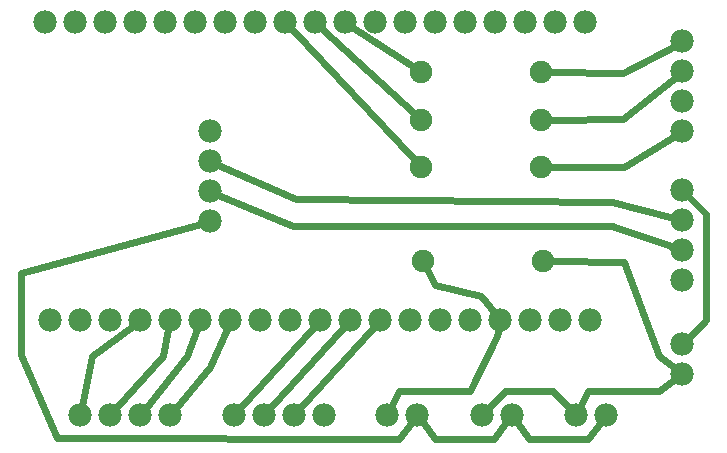
<source format=gtl>
G04 MADE WITH FRITZING*
G04 WWW.FRITZING.ORG*
G04 DOUBLE SIDED*
G04 HOLES PLATED*
G04 CONTOUR ON CENTER OF CONTOUR VECTOR*
%ASAXBY*%
%FSLAX23Y23*%
%MOIN*%
%OFA0B0*%
%SFA1.0B1.0*%
%ADD10C,0.075000*%
%ADD11C,0.078000*%
%ADD12C,0.024000*%
%LNCOPPER1*%
G90*
G70*
G54D10*
X1539Y686D03*
X1939Y686D03*
G54D11*
X2097Y489D03*
X1997Y489D03*
X1897Y489D03*
X1797Y489D03*
X1697Y489D03*
X1597Y489D03*
X1497Y489D03*
X1397Y489D03*
X1297Y489D03*
X1197Y489D03*
X1097Y489D03*
X997Y489D03*
X897Y489D03*
X797Y489D03*
X697Y489D03*
X597Y489D03*
X497Y489D03*
X397Y489D03*
X297Y489D03*
X2079Y1484D03*
X1979Y1484D03*
X1879Y1484D03*
X1779Y1484D03*
X1679Y1484D03*
X1579Y1484D03*
X1479Y1484D03*
X1379Y1484D03*
X1279Y1484D03*
X1179Y1484D03*
X1079Y1484D03*
X979Y1484D03*
X879Y1484D03*
X779Y1484D03*
X679Y1484D03*
X579Y1484D03*
X479Y1484D03*
X379Y1484D03*
X279Y1484D03*
X1521Y174D03*
X1421Y174D03*
X1836Y174D03*
X1736Y174D03*
X2405Y310D03*
X2405Y410D03*
X2151Y174D03*
X2051Y174D03*
X831Y819D03*
X831Y919D03*
X831Y1019D03*
X831Y1119D03*
X2405Y622D03*
X2405Y722D03*
X2405Y822D03*
X2405Y922D03*
X1209Y174D03*
X1109Y174D03*
X1009Y174D03*
X909Y174D03*
X697Y174D03*
X597Y174D03*
X497Y174D03*
X397Y174D03*
X2405Y1419D03*
X2405Y1319D03*
X2405Y1219D03*
X2405Y1119D03*
G54D10*
X1533Y1001D03*
X1933Y1001D03*
X1533Y1316D03*
X1933Y1316D03*
X1533Y1158D03*
X1933Y1158D03*
G54D12*
X2326Y253D02*
X2091Y252D01*
D02*
X1107Y804D02*
X858Y907D01*
D02*
X1117Y895D02*
X858Y1007D01*
D02*
X2326Y371D02*
X2209Y685D01*
D02*
X2209Y685D02*
X1968Y686D01*
D02*
X2381Y329D02*
X2326Y371D01*
D02*
X2377Y732D02*
X2170Y804D01*
D02*
X2170Y804D02*
X1107Y804D01*
D02*
X2376Y829D02*
X2170Y882D01*
D02*
X2170Y882D02*
X1117Y895D01*
D02*
X2381Y293D02*
X2326Y253D01*
D02*
X2091Y252D02*
X2065Y201D01*
D02*
X319Y96D02*
X200Y372D01*
D02*
X1461Y95D02*
X319Y96D01*
D02*
X2484Y843D02*
X2484Y489D01*
D02*
X2427Y901D02*
X2484Y843D01*
D02*
X2484Y489D02*
X2427Y431D01*
D02*
X200Y646D02*
X801Y811D01*
D02*
X1503Y150D02*
X1461Y95D01*
D02*
X200Y372D02*
X200Y646D01*
D02*
X436Y371D02*
X403Y204D01*
D02*
X573Y471D02*
X436Y371D01*
D02*
X691Y459D02*
X673Y371D01*
D02*
X752Y371D02*
X616Y198D01*
D02*
X787Y461D02*
X752Y371D01*
D02*
X831Y332D02*
X717Y197D01*
D02*
X886Y461D02*
X831Y332D01*
D02*
X1177Y467D02*
X930Y196D01*
D02*
X1030Y196D02*
X1277Y467D01*
D02*
X1377Y467D02*
X1130Y196D01*
D02*
X673Y371D02*
X517Y196D01*
D02*
X1461Y252D02*
X1696Y253D01*
D02*
X1696Y253D02*
X1788Y437D01*
D02*
X1435Y201D02*
X1461Y252D01*
D02*
X1788Y437D02*
X1792Y459D01*
D02*
X1579Y608D02*
X1552Y660D01*
D02*
X1735Y569D02*
X1579Y608D01*
D02*
X1779Y513D02*
X1735Y569D01*
D02*
X1973Y252D02*
X1815Y252D01*
D02*
X2030Y195D02*
X1973Y252D01*
D02*
X1815Y252D02*
X1757Y195D01*
D02*
X2208Y1315D02*
X2379Y1405D01*
D02*
X2208Y1159D02*
X2382Y1300D01*
D02*
X1961Y1316D02*
X2208Y1315D01*
D02*
X1961Y1158D02*
X2208Y1159D01*
D02*
X2091Y95D02*
X2133Y150D01*
D02*
X1854Y150D02*
X1894Y95D01*
D02*
X1894Y95D02*
X2091Y95D01*
D02*
X1776Y95D02*
X1818Y150D01*
D02*
X1539Y150D02*
X1579Y95D01*
D02*
X1579Y95D02*
X1776Y95D01*
D02*
X1513Y1022D02*
X1100Y1462D01*
D02*
X1201Y1464D02*
X1512Y1178D01*
D02*
X1304Y1467D02*
X1509Y1332D01*
D02*
X2209Y1000D02*
X2380Y1103D01*
D02*
X1961Y1001D02*
X2209Y1000D01*
G04 End of Copper1*
M02*
</source>
